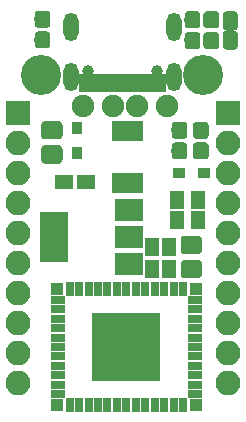
<source format=gbr>
G04 #@! TF.GenerationSoftware,KiCad,Pcbnew,(5.0.0)*
G04 #@! TF.CreationDate,2021-02-11T08:25:18+00:00*
G04 #@! TF.ProjectId,ESP-V,4553502D562E6B696361645F70636200,rev?*
G04 #@! TF.SameCoordinates,Original*
G04 #@! TF.FileFunction,Soldermask,Top*
G04 #@! TF.FilePolarity,Negative*
%FSLAX46Y46*%
G04 Gerber Fmt 4.6, Leading zero omitted, Abs format (unit mm)*
G04 Created by KiCad (PCBNEW (5.0.0)) date 02/11/21 08:25:18*
%MOMM*%
%LPD*%
G01*
G04 APERTURE LIST*
%ADD10C,3.400000*%
%ADD11C,1.900000*%
%ADD12R,0.700000X1.800000*%
%ADD13O,1.300000X2.400000*%
%ADD14C,1.000000*%
%ADD15R,0.700000X1.540000*%
%ADD16R,0.850000X1.000000*%
%ADD17C,0.100000*%
%ADD18C,1.550000*%
%ADD19C,1.250000*%
%ADD20C,1.350000*%
%ADD21R,1.600000X1.150000*%
%ADD22R,1.150000X1.600000*%
%ADD23R,1.000000X0.850000*%
%ADD24R,1.200000X0.900000*%
%ADD25R,1.200000X0.800000*%
%ADD26R,2.100000X2.100000*%
%ADD27O,2.100000X2.100000*%
%ADD28R,2.400000X4.200000*%
%ADD29R,2.400000X1.900000*%
%ADD30R,0.800000X1.200000*%
%ADD31R,1.100000X1.100000*%
%ADD32R,5.800000X5.800000*%
G04 APERTURE END LIST*
D10*
G04 #@! TO.C,J4*
X97240000Y-82330000D03*
X110960000Y-82330000D03*
D11*
X100800000Y-85000000D03*
X103340000Y-85000000D03*
X105370000Y-85000000D03*
X107910000Y-85000000D03*
G04 #@! TD*
D12*
G04 #@! TO.C,U1*
X103600000Y-91500000D03*
X104100000Y-91500000D03*
X104600000Y-91500000D03*
X105100000Y-91500000D03*
X105600000Y-91500000D03*
X105600000Y-87100000D03*
X105100000Y-87100000D03*
X104600000Y-87100000D03*
X104100000Y-87100000D03*
X103600000Y-87100000D03*
G04 #@! TD*
D13*
G04 #@! TO.C,J1*
X99850000Y-82500000D03*
X108500000Y-82500000D03*
X108500000Y-78320000D03*
X99850000Y-78320000D03*
D14*
X101285000Y-82000000D03*
D15*
X103925000Y-83070000D03*
X104425000Y-83070000D03*
X104925000Y-83070000D03*
X103425000Y-83070000D03*
X105425000Y-83070000D03*
X105925000Y-83070000D03*
X102925000Y-83070000D03*
X102425000Y-83070000D03*
D14*
X107065000Y-82000000D03*
D15*
X106675000Y-83070000D03*
X106425000Y-83070000D03*
X107225000Y-83070000D03*
X107525000Y-83070000D03*
X101925000Y-83070000D03*
X101625000Y-83070000D03*
X101125000Y-83070000D03*
X100825000Y-83070000D03*
G04 #@! TD*
D16*
G04 #@! TO.C,D1*
X100300000Y-89000000D03*
X100300000Y-86900000D03*
G04 #@! TD*
D17*
G04 #@! TO.C,L1*
G36*
X98796071Y-88326623D02*
X98828781Y-88331475D01*
X98860857Y-88339509D01*
X98891991Y-88350649D01*
X98921884Y-88364787D01*
X98950247Y-88381787D01*
X98976807Y-88401485D01*
X99001308Y-88423692D01*
X99023515Y-88448193D01*
X99043213Y-88474753D01*
X99060213Y-88503116D01*
X99074351Y-88533009D01*
X99085491Y-88564143D01*
X99093525Y-88596219D01*
X99098377Y-88628929D01*
X99100000Y-88661956D01*
X99100000Y-89538044D01*
X99098377Y-89571071D01*
X99093525Y-89603781D01*
X99085491Y-89635857D01*
X99074351Y-89666991D01*
X99060213Y-89696884D01*
X99043213Y-89725247D01*
X99023515Y-89751807D01*
X99001308Y-89776308D01*
X98976807Y-89798515D01*
X98950247Y-89818213D01*
X98921884Y-89835213D01*
X98891991Y-89849351D01*
X98860857Y-89860491D01*
X98828781Y-89868525D01*
X98796071Y-89873377D01*
X98763044Y-89875000D01*
X97636956Y-89875000D01*
X97603929Y-89873377D01*
X97571219Y-89868525D01*
X97539143Y-89860491D01*
X97508009Y-89849351D01*
X97478116Y-89835213D01*
X97449753Y-89818213D01*
X97423193Y-89798515D01*
X97398692Y-89776308D01*
X97376485Y-89751807D01*
X97356787Y-89725247D01*
X97339787Y-89696884D01*
X97325649Y-89666991D01*
X97314509Y-89635857D01*
X97306475Y-89603781D01*
X97301623Y-89571071D01*
X97300000Y-89538044D01*
X97300000Y-88661956D01*
X97301623Y-88628929D01*
X97306475Y-88596219D01*
X97314509Y-88564143D01*
X97325649Y-88533009D01*
X97339787Y-88503116D01*
X97356787Y-88474753D01*
X97376485Y-88448193D01*
X97398692Y-88423692D01*
X97423193Y-88401485D01*
X97449753Y-88381787D01*
X97478116Y-88364787D01*
X97508009Y-88350649D01*
X97539143Y-88339509D01*
X97571219Y-88331475D01*
X97603929Y-88326623D01*
X97636956Y-88325000D01*
X98763044Y-88325000D01*
X98796071Y-88326623D01*
X98796071Y-88326623D01*
G37*
D18*
X98200000Y-89100000D03*
D17*
G36*
X98796071Y-86276623D02*
X98828781Y-86281475D01*
X98860857Y-86289509D01*
X98891991Y-86300649D01*
X98921884Y-86314787D01*
X98950247Y-86331787D01*
X98976807Y-86351485D01*
X99001308Y-86373692D01*
X99023515Y-86398193D01*
X99043213Y-86424753D01*
X99060213Y-86453116D01*
X99074351Y-86483009D01*
X99085491Y-86514143D01*
X99093525Y-86546219D01*
X99098377Y-86578929D01*
X99100000Y-86611956D01*
X99100000Y-87488044D01*
X99098377Y-87521071D01*
X99093525Y-87553781D01*
X99085491Y-87585857D01*
X99074351Y-87616991D01*
X99060213Y-87646884D01*
X99043213Y-87675247D01*
X99023515Y-87701807D01*
X99001308Y-87726308D01*
X98976807Y-87748515D01*
X98950247Y-87768213D01*
X98921884Y-87785213D01*
X98891991Y-87799351D01*
X98860857Y-87810491D01*
X98828781Y-87818525D01*
X98796071Y-87823377D01*
X98763044Y-87825000D01*
X97636956Y-87825000D01*
X97603929Y-87823377D01*
X97571219Y-87818525D01*
X97539143Y-87810491D01*
X97508009Y-87799351D01*
X97478116Y-87785213D01*
X97449753Y-87768213D01*
X97423193Y-87748515D01*
X97398692Y-87726308D01*
X97376485Y-87701807D01*
X97356787Y-87675247D01*
X97339787Y-87646884D01*
X97325649Y-87616991D01*
X97314509Y-87585857D01*
X97306475Y-87553781D01*
X97301623Y-87521071D01*
X97300000Y-87488044D01*
X97300000Y-86611956D01*
X97301623Y-86578929D01*
X97306475Y-86546219D01*
X97314509Y-86514143D01*
X97325649Y-86483009D01*
X97339787Y-86453116D01*
X97356787Y-86424753D01*
X97376485Y-86398193D01*
X97398692Y-86373692D01*
X97423193Y-86351485D01*
X97449753Y-86331787D01*
X97478116Y-86314787D01*
X97508009Y-86300649D01*
X97539143Y-86289509D01*
X97571219Y-86281475D01*
X97603929Y-86276623D01*
X97636956Y-86275000D01*
X98763044Y-86275000D01*
X98796071Y-86276623D01*
X98796071Y-86276623D01*
G37*
D18*
X98200000Y-87050000D03*
G04 #@! TD*
D17*
G04 #@! TO.C,D2*
G36*
X113643130Y-76976505D02*
X113673466Y-76981005D01*
X113703214Y-76988456D01*
X113732089Y-76998788D01*
X113759811Y-77011900D01*
X113786116Y-77027666D01*
X113810748Y-77045934D01*
X113833471Y-77066529D01*
X113854066Y-77089252D01*
X113872334Y-77113884D01*
X113888100Y-77140189D01*
X113901212Y-77167911D01*
X113911544Y-77196786D01*
X113918995Y-77226534D01*
X113923495Y-77256870D01*
X113925000Y-77287500D01*
X113925000Y-78287500D01*
X113923495Y-78318130D01*
X113918995Y-78348466D01*
X113911544Y-78378214D01*
X113901212Y-78407089D01*
X113888100Y-78434811D01*
X113872334Y-78461116D01*
X113854066Y-78485748D01*
X113833471Y-78508471D01*
X113810748Y-78529066D01*
X113786116Y-78547334D01*
X113759811Y-78563100D01*
X113732089Y-78576212D01*
X113703214Y-78586544D01*
X113673466Y-78593995D01*
X113643130Y-78598495D01*
X113612500Y-78600000D01*
X112987500Y-78600000D01*
X112956870Y-78598495D01*
X112926534Y-78593995D01*
X112896786Y-78586544D01*
X112867911Y-78576212D01*
X112840189Y-78563100D01*
X112813884Y-78547334D01*
X112789252Y-78529066D01*
X112766529Y-78508471D01*
X112745934Y-78485748D01*
X112727666Y-78461116D01*
X112711900Y-78434811D01*
X112698788Y-78407089D01*
X112688456Y-78378214D01*
X112681005Y-78348466D01*
X112676505Y-78318130D01*
X112675000Y-78287500D01*
X112675000Y-77287500D01*
X112676505Y-77256870D01*
X112681005Y-77226534D01*
X112688456Y-77196786D01*
X112698788Y-77167911D01*
X112711900Y-77140189D01*
X112727666Y-77113884D01*
X112745934Y-77089252D01*
X112766529Y-77066529D01*
X112789252Y-77045934D01*
X112813884Y-77027666D01*
X112840189Y-77011900D01*
X112867911Y-76998788D01*
X112896786Y-76988456D01*
X112926534Y-76981005D01*
X112956870Y-76976505D01*
X112987500Y-76975000D01*
X113612500Y-76975000D01*
X113643130Y-76976505D01*
X113643130Y-76976505D01*
G37*
D19*
X113300000Y-77787500D03*
D17*
G36*
X113643130Y-78601505D02*
X113673466Y-78606005D01*
X113703214Y-78613456D01*
X113732089Y-78623788D01*
X113759811Y-78636900D01*
X113786116Y-78652666D01*
X113810748Y-78670934D01*
X113833471Y-78691529D01*
X113854066Y-78714252D01*
X113872334Y-78738884D01*
X113888100Y-78765189D01*
X113901212Y-78792911D01*
X113911544Y-78821786D01*
X113918995Y-78851534D01*
X113923495Y-78881870D01*
X113925000Y-78912500D01*
X113925000Y-79912500D01*
X113923495Y-79943130D01*
X113918995Y-79973466D01*
X113911544Y-80003214D01*
X113901212Y-80032089D01*
X113888100Y-80059811D01*
X113872334Y-80086116D01*
X113854066Y-80110748D01*
X113833471Y-80133471D01*
X113810748Y-80154066D01*
X113786116Y-80172334D01*
X113759811Y-80188100D01*
X113732089Y-80201212D01*
X113703214Y-80211544D01*
X113673466Y-80218995D01*
X113643130Y-80223495D01*
X113612500Y-80225000D01*
X112987500Y-80225000D01*
X112956870Y-80223495D01*
X112926534Y-80218995D01*
X112896786Y-80211544D01*
X112867911Y-80201212D01*
X112840189Y-80188100D01*
X112813884Y-80172334D01*
X112789252Y-80154066D01*
X112766529Y-80133471D01*
X112745934Y-80110748D01*
X112727666Y-80086116D01*
X112711900Y-80059811D01*
X112698788Y-80032089D01*
X112688456Y-80003214D01*
X112681005Y-79973466D01*
X112676505Y-79943130D01*
X112675000Y-79912500D01*
X112675000Y-78912500D01*
X112676505Y-78881870D01*
X112681005Y-78851534D01*
X112688456Y-78821786D01*
X112698788Y-78792911D01*
X112711900Y-78765189D01*
X112727666Y-78738884D01*
X112745934Y-78714252D01*
X112766529Y-78691529D01*
X112789252Y-78670934D01*
X112813884Y-78652666D01*
X112840189Y-78636900D01*
X112867911Y-78623788D01*
X112896786Y-78613456D01*
X112926534Y-78606005D01*
X112956870Y-78601505D01*
X112987500Y-78600000D01*
X113612500Y-78600000D01*
X113643130Y-78601505D01*
X113643130Y-78601505D01*
G37*
D19*
X113300000Y-79412500D03*
G04 #@! TD*
D17*
G04 #@! TO.C,C26*
G36*
X111170581Y-88076625D02*
X111203343Y-88081485D01*
X111235471Y-88089533D01*
X111266656Y-88100691D01*
X111296596Y-88114852D01*
X111325005Y-88131879D01*
X111351608Y-88151609D01*
X111376149Y-88173851D01*
X111398391Y-88198392D01*
X111418121Y-88224995D01*
X111435148Y-88253404D01*
X111449309Y-88283344D01*
X111460467Y-88314529D01*
X111468515Y-88346657D01*
X111473375Y-88379419D01*
X111475000Y-88412500D01*
X111475000Y-89187500D01*
X111473375Y-89220581D01*
X111468515Y-89253343D01*
X111460467Y-89285471D01*
X111449309Y-89316656D01*
X111435148Y-89346596D01*
X111418121Y-89375005D01*
X111398391Y-89401608D01*
X111376149Y-89426149D01*
X111351608Y-89448391D01*
X111325005Y-89468121D01*
X111296596Y-89485148D01*
X111266656Y-89499309D01*
X111235471Y-89510467D01*
X111203343Y-89518515D01*
X111170581Y-89523375D01*
X111137500Y-89525000D01*
X110462500Y-89525000D01*
X110429419Y-89523375D01*
X110396657Y-89518515D01*
X110364529Y-89510467D01*
X110333344Y-89499309D01*
X110303404Y-89485148D01*
X110274995Y-89468121D01*
X110248392Y-89448391D01*
X110223851Y-89426149D01*
X110201609Y-89401608D01*
X110181879Y-89375005D01*
X110164852Y-89346596D01*
X110150691Y-89316656D01*
X110139533Y-89285471D01*
X110131485Y-89253343D01*
X110126625Y-89220581D01*
X110125000Y-89187500D01*
X110125000Y-88412500D01*
X110126625Y-88379419D01*
X110131485Y-88346657D01*
X110139533Y-88314529D01*
X110150691Y-88283344D01*
X110164852Y-88253404D01*
X110181879Y-88224995D01*
X110201609Y-88198392D01*
X110223851Y-88173851D01*
X110248392Y-88151609D01*
X110274995Y-88131879D01*
X110303404Y-88114852D01*
X110333344Y-88100691D01*
X110364529Y-88089533D01*
X110396657Y-88081485D01*
X110429419Y-88076625D01*
X110462500Y-88075000D01*
X111137500Y-88075000D01*
X111170581Y-88076625D01*
X111170581Y-88076625D01*
G37*
D20*
X110800000Y-88800000D03*
D17*
G36*
X111170581Y-86326625D02*
X111203343Y-86331485D01*
X111235471Y-86339533D01*
X111266656Y-86350691D01*
X111296596Y-86364852D01*
X111325005Y-86381879D01*
X111351608Y-86401609D01*
X111376149Y-86423851D01*
X111398391Y-86448392D01*
X111418121Y-86474995D01*
X111435148Y-86503404D01*
X111449309Y-86533344D01*
X111460467Y-86564529D01*
X111468515Y-86596657D01*
X111473375Y-86629419D01*
X111475000Y-86662500D01*
X111475000Y-87437500D01*
X111473375Y-87470581D01*
X111468515Y-87503343D01*
X111460467Y-87535471D01*
X111449309Y-87566656D01*
X111435148Y-87596596D01*
X111418121Y-87625005D01*
X111398391Y-87651608D01*
X111376149Y-87676149D01*
X111351608Y-87698391D01*
X111325005Y-87718121D01*
X111296596Y-87735148D01*
X111266656Y-87749309D01*
X111235471Y-87760467D01*
X111203343Y-87768515D01*
X111170581Y-87773375D01*
X111137500Y-87775000D01*
X110462500Y-87775000D01*
X110429419Y-87773375D01*
X110396657Y-87768515D01*
X110364529Y-87760467D01*
X110333344Y-87749309D01*
X110303404Y-87735148D01*
X110274995Y-87718121D01*
X110248392Y-87698391D01*
X110223851Y-87676149D01*
X110201609Y-87651608D01*
X110181879Y-87625005D01*
X110164852Y-87596596D01*
X110150691Y-87566656D01*
X110139533Y-87535471D01*
X110131485Y-87503343D01*
X110126625Y-87470581D01*
X110125000Y-87437500D01*
X110125000Y-86662500D01*
X110126625Y-86629419D01*
X110131485Y-86596657D01*
X110139533Y-86564529D01*
X110150691Y-86533344D01*
X110164852Y-86503404D01*
X110181879Y-86474995D01*
X110201609Y-86448392D01*
X110223851Y-86423851D01*
X110248392Y-86401609D01*
X110274995Y-86381879D01*
X110303404Y-86364852D01*
X110333344Y-86350691D01*
X110364529Y-86339533D01*
X110396657Y-86331485D01*
X110429419Y-86326625D01*
X110462500Y-86325000D01*
X111137500Y-86325000D01*
X111170581Y-86326625D01*
X111170581Y-86326625D01*
G37*
D20*
X110800000Y-87050000D03*
G04 #@! TD*
D17*
G04 #@! TO.C,C25*
G36*
X109370581Y-86326625D02*
X109403343Y-86331485D01*
X109435471Y-86339533D01*
X109466656Y-86350691D01*
X109496596Y-86364852D01*
X109525005Y-86381879D01*
X109551608Y-86401609D01*
X109576149Y-86423851D01*
X109598391Y-86448392D01*
X109618121Y-86474995D01*
X109635148Y-86503404D01*
X109649309Y-86533344D01*
X109660467Y-86564529D01*
X109668515Y-86596657D01*
X109673375Y-86629419D01*
X109675000Y-86662500D01*
X109675000Y-87437500D01*
X109673375Y-87470581D01*
X109668515Y-87503343D01*
X109660467Y-87535471D01*
X109649309Y-87566656D01*
X109635148Y-87596596D01*
X109618121Y-87625005D01*
X109598391Y-87651608D01*
X109576149Y-87676149D01*
X109551608Y-87698391D01*
X109525005Y-87718121D01*
X109496596Y-87735148D01*
X109466656Y-87749309D01*
X109435471Y-87760467D01*
X109403343Y-87768515D01*
X109370581Y-87773375D01*
X109337500Y-87775000D01*
X108662500Y-87775000D01*
X108629419Y-87773375D01*
X108596657Y-87768515D01*
X108564529Y-87760467D01*
X108533344Y-87749309D01*
X108503404Y-87735148D01*
X108474995Y-87718121D01*
X108448392Y-87698391D01*
X108423851Y-87676149D01*
X108401609Y-87651608D01*
X108381879Y-87625005D01*
X108364852Y-87596596D01*
X108350691Y-87566656D01*
X108339533Y-87535471D01*
X108331485Y-87503343D01*
X108326625Y-87470581D01*
X108325000Y-87437500D01*
X108325000Y-86662500D01*
X108326625Y-86629419D01*
X108331485Y-86596657D01*
X108339533Y-86564529D01*
X108350691Y-86533344D01*
X108364852Y-86503404D01*
X108381879Y-86474995D01*
X108401609Y-86448392D01*
X108423851Y-86423851D01*
X108448392Y-86401609D01*
X108474995Y-86381879D01*
X108503404Y-86364852D01*
X108533344Y-86350691D01*
X108564529Y-86339533D01*
X108596657Y-86331485D01*
X108629419Y-86326625D01*
X108662500Y-86325000D01*
X109337500Y-86325000D01*
X109370581Y-86326625D01*
X109370581Y-86326625D01*
G37*
D20*
X109000000Y-87050000D03*
D17*
G36*
X109370581Y-88076625D02*
X109403343Y-88081485D01*
X109435471Y-88089533D01*
X109466656Y-88100691D01*
X109496596Y-88114852D01*
X109525005Y-88131879D01*
X109551608Y-88151609D01*
X109576149Y-88173851D01*
X109598391Y-88198392D01*
X109618121Y-88224995D01*
X109635148Y-88253404D01*
X109649309Y-88283344D01*
X109660467Y-88314529D01*
X109668515Y-88346657D01*
X109673375Y-88379419D01*
X109675000Y-88412500D01*
X109675000Y-89187500D01*
X109673375Y-89220581D01*
X109668515Y-89253343D01*
X109660467Y-89285471D01*
X109649309Y-89316656D01*
X109635148Y-89346596D01*
X109618121Y-89375005D01*
X109598391Y-89401608D01*
X109576149Y-89426149D01*
X109551608Y-89448391D01*
X109525005Y-89468121D01*
X109496596Y-89485148D01*
X109466656Y-89499309D01*
X109435471Y-89510467D01*
X109403343Y-89518515D01*
X109370581Y-89523375D01*
X109337500Y-89525000D01*
X108662500Y-89525000D01*
X108629419Y-89523375D01*
X108596657Y-89518515D01*
X108564529Y-89510467D01*
X108533344Y-89499309D01*
X108503404Y-89485148D01*
X108474995Y-89468121D01*
X108448392Y-89448391D01*
X108423851Y-89426149D01*
X108401609Y-89401608D01*
X108381879Y-89375005D01*
X108364852Y-89346596D01*
X108350691Y-89316656D01*
X108339533Y-89285471D01*
X108331485Y-89253343D01*
X108326625Y-89220581D01*
X108325000Y-89187500D01*
X108325000Y-88412500D01*
X108326625Y-88379419D01*
X108331485Y-88346657D01*
X108339533Y-88314529D01*
X108350691Y-88283344D01*
X108364852Y-88253404D01*
X108381879Y-88224995D01*
X108401609Y-88198392D01*
X108423851Y-88173851D01*
X108448392Y-88151609D01*
X108474995Y-88131879D01*
X108503404Y-88114852D01*
X108533344Y-88100691D01*
X108564529Y-88089533D01*
X108596657Y-88081485D01*
X108629419Y-88076625D01*
X108662500Y-88075000D01*
X109337500Y-88075000D01*
X109370581Y-88076625D01*
X109370581Y-88076625D01*
G37*
D20*
X109000000Y-88800000D03*
G04 #@! TD*
D21*
G04 #@! TO.C,C4*
X99200000Y-91400000D03*
X101100000Y-91400000D03*
G04 #@! TD*
D22*
G04 #@! TO.C,C7*
X108100000Y-96900000D03*
X108100000Y-98800000D03*
G04 #@! TD*
G04 #@! TO.C,C23*
X106700000Y-96900000D03*
X106700000Y-98800000D03*
G04 #@! TD*
D23*
G04 #@! TO.C,D4*
X111100000Y-90700000D03*
X109000000Y-90700000D03*
G04 #@! TD*
D17*
G04 #@! TO.C,R1*
G36*
X97770581Y-78676625D02*
X97803343Y-78681485D01*
X97835471Y-78689533D01*
X97866656Y-78700691D01*
X97896596Y-78714852D01*
X97925005Y-78731879D01*
X97951608Y-78751609D01*
X97976149Y-78773851D01*
X97998391Y-78798392D01*
X98018121Y-78824995D01*
X98035148Y-78853404D01*
X98049309Y-78883344D01*
X98060467Y-78914529D01*
X98068515Y-78946657D01*
X98073375Y-78979419D01*
X98075000Y-79012500D01*
X98075000Y-79787500D01*
X98073375Y-79820581D01*
X98068515Y-79853343D01*
X98060467Y-79885471D01*
X98049309Y-79916656D01*
X98035148Y-79946596D01*
X98018121Y-79975005D01*
X97998391Y-80001608D01*
X97976149Y-80026149D01*
X97951608Y-80048391D01*
X97925005Y-80068121D01*
X97896596Y-80085148D01*
X97866656Y-80099309D01*
X97835471Y-80110467D01*
X97803343Y-80118515D01*
X97770581Y-80123375D01*
X97737500Y-80125000D01*
X97062500Y-80125000D01*
X97029419Y-80123375D01*
X96996657Y-80118515D01*
X96964529Y-80110467D01*
X96933344Y-80099309D01*
X96903404Y-80085148D01*
X96874995Y-80068121D01*
X96848392Y-80048391D01*
X96823851Y-80026149D01*
X96801609Y-80001608D01*
X96781879Y-79975005D01*
X96764852Y-79946596D01*
X96750691Y-79916656D01*
X96739533Y-79885471D01*
X96731485Y-79853343D01*
X96726625Y-79820581D01*
X96725000Y-79787500D01*
X96725000Y-79012500D01*
X96726625Y-78979419D01*
X96731485Y-78946657D01*
X96739533Y-78914529D01*
X96750691Y-78883344D01*
X96764852Y-78853404D01*
X96781879Y-78824995D01*
X96801609Y-78798392D01*
X96823851Y-78773851D01*
X96848392Y-78751609D01*
X96874995Y-78731879D01*
X96903404Y-78714852D01*
X96933344Y-78700691D01*
X96964529Y-78689533D01*
X96996657Y-78681485D01*
X97029419Y-78676625D01*
X97062500Y-78675000D01*
X97737500Y-78675000D01*
X97770581Y-78676625D01*
X97770581Y-78676625D01*
G37*
D20*
X97400000Y-79400000D03*
D17*
G36*
X97770581Y-76926625D02*
X97803343Y-76931485D01*
X97835471Y-76939533D01*
X97866656Y-76950691D01*
X97896596Y-76964852D01*
X97925005Y-76981879D01*
X97951608Y-77001609D01*
X97976149Y-77023851D01*
X97998391Y-77048392D01*
X98018121Y-77074995D01*
X98035148Y-77103404D01*
X98049309Y-77133344D01*
X98060467Y-77164529D01*
X98068515Y-77196657D01*
X98073375Y-77229419D01*
X98075000Y-77262500D01*
X98075000Y-78037500D01*
X98073375Y-78070581D01*
X98068515Y-78103343D01*
X98060467Y-78135471D01*
X98049309Y-78166656D01*
X98035148Y-78196596D01*
X98018121Y-78225005D01*
X97998391Y-78251608D01*
X97976149Y-78276149D01*
X97951608Y-78298391D01*
X97925005Y-78318121D01*
X97896596Y-78335148D01*
X97866656Y-78349309D01*
X97835471Y-78360467D01*
X97803343Y-78368515D01*
X97770581Y-78373375D01*
X97737500Y-78375000D01*
X97062500Y-78375000D01*
X97029419Y-78373375D01*
X96996657Y-78368515D01*
X96964529Y-78360467D01*
X96933344Y-78349309D01*
X96903404Y-78335148D01*
X96874995Y-78318121D01*
X96848392Y-78298391D01*
X96823851Y-78276149D01*
X96801609Y-78251608D01*
X96781879Y-78225005D01*
X96764852Y-78196596D01*
X96750691Y-78166656D01*
X96739533Y-78135471D01*
X96731485Y-78103343D01*
X96726625Y-78070581D01*
X96725000Y-78037500D01*
X96725000Y-77262500D01*
X96726625Y-77229419D01*
X96731485Y-77196657D01*
X96739533Y-77164529D01*
X96750691Y-77133344D01*
X96764852Y-77103404D01*
X96781879Y-77074995D01*
X96801609Y-77048392D01*
X96823851Y-77023851D01*
X96848392Y-77001609D01*
X96874995Y-76981879D01*
X96903404Y-76964852D01*
X96933344Y-76950691D01*
X96964529Y-76939533D01*
X96996657Y-76931485D01*
X97029419Y-76926625D01*
X97062500Y-76925000D01*
X97737500Y-76925000D01*
X97770581Y-76926625D01*
X97770581Y-76926625D01*
G37*
D20*
X97400000Y-77650000D03*
G04 #@! TD*
D17*
G04 #@! TO.C,R2*
G36*
X110470581Y-76976625D02*
X110503343Y-76981485D01*
X110535471Y-76989533D01*
X110566656Y-77000691D01*
X110596596Y-77014852D01*
X110625005Y-77031879D01*
X110651608Y-77051609D01*
X110676149Y-77073851D01*
X110698391Y-77098392D01*
X110718121Y-77124995D01*
X110735148Y-77153404D01*
X110749309Y-77183344D01*
X110760467Y-77214529D01*
X110768515Y-77246657D01*
X110773375Y-77279419D01*
X110775000Y-77312500D01*
X110775000Y-78087500D01*
X110773375Y-78120581D01*
X110768515Y-78153343D01*
X110760467Y-78185471D01*
X110749309Y-78216656D01*
X110735148Y-78246596D01*
X110718121Y-78275005D01*
X110698391Y-78301608D01*
X110676149Y-78326149D01*
X110651608Y-78348391D01*
X110625005Y-78368121D01*
X110596596Y-78385148D01*
X110566656Y-78399309D01*
X110535471Y-78410467D01*
X110503343Y-78418515D01*
X110470581Y-78423375D01*
X110437500Y-78425000D01*
X109762500Y-78425000D01*
X109729419Y-78423375D01*
X109696657Y-78418515D01*
X109664529Y-78410467D01*
X109633344Y-78399309D01*
X109603404Y-78385148D01*
X109574995Y-78368121D01*
X109548392Y-78348391D01*
X109523851Y-78326149D01*
X109501609Y-78301608D01*
X109481879Y-78275005D01*
X109464852Y-78246596D01*
X109450691Y-78216656D01*
X109439533Y-78185471D01*
X109431485Y-78153343D01*
X109426625Y-78120581D01*
X109425000Y-78087500D01*
X109425000Y-77312500D01*
X109426625Y-77279419D01*
X109431485Y-77246657D01*
X109439533Y-77214529D01*
X109450691Y-77183344D01*
X109464852Y-77153404D01*
X109481879Y-77124995D01*
X109501609Y-77098392D01*
X109523851Y-77073851D01*
X109548392Y-77051609D01*
X109574995Y-77031879D01*
X109603404Y-77014852D01*
X109633344Y-77000691D01*
X109664529Y-76989533D01*
X109696657Y-76981485D01*
X109729419Y-76976625D01*
X109762500Y-76975000D01*
X110437500Y-76975000D01*
X110470581Y-76976625D01*
X110470581Y-76976625D01*
G37*
D20*
X110100000Y-77700000D03*
D17*
G36*
X110470581Y-78726625D02*
X110503343Y-78731485D01*
X110535471Y-78739533D01*
X110566656Y-78750691D01*
X110596596Y-78764852D01*
X110625005Y-78781879D01*
X110651608Y-78801609D01*
X110676149Y-78823851D01*
X110698391Y-78848392D01*
X110718121Y-78874995D01*
X110735148Y-78903404D01*
X110749309Y-78933344D01*
X110760467Y-78964529D01*
X110768515Y-78996657D01*
X110773375Y-79029419D01*
X110775000Y-79062500D01*
X110775000Y-79837500D01*
X110773375Y-79870581D01*
X110768515Y-79903343D01*
X110760467Y-79935471D01*
X110749309Y-79966656D01*
X110735148Y-79996596D01*
X110718121Y-80025005D01*
X110698391Y-80051608D01*
X110676149Y-80076149D01*
X110651608Y-80098391D01*
X110625005Y-80118121D01*
X110596596Y-80135148D01*
X110566656Y-80149309D01*
X110535471Y-80160467D01*
X110503343Y-80168515D01*
X110470581Y-80173375D01*
X110437500Y-80175000D01*
X109762500Y-80175000D01*
X109729419Y-80173375D01*
X109696657Y-80168515D01*
X109664529Y-80160467D01*
X109633344Y-80149309D01*
X109603404Y-80135148D01*
X109574995Y-80118121D01*
X109548392Y-80098391D01*
X109523851Y-80076149D01*
X109501609Y-80051608D01*
X109481879Y-80025005D01*
X109464852Y-79996596D01*
X109450691Y-79966656D01*
X109439533Y-79935471D01*
X109431485Y-79903343D01*
X109426625Y-79870581D01*
X109425000Y-79837500D01*
X109425000Y-79062500D01*
X109426625Y-79029419D01*
X109431485Y-78996657D01*
X109439533Y-78964529D01*
X109450691Y-78933344D01*
X109464852Y-78903404D01*
X109481879Y-78874995D01*
X109501609Y-78848392D01*
X109523851Y-78823851D01*
X109548392Y-78801609D01*
X109574995Y-78781879D01*
X109603404Y-78764852D01*
X109633344Y-78750691D01*
X109664529Y-78739533D01*
X109696657Y-78731485D01*
X109729419Y-78726625D01*
X109762500Y-78725000D01*
X110437500Y-78725000D01*
X110470581Y-78726625D01*
X110470581Y-78726625D01*
G37*
D20*
X110100000Y-79450000D03*
G04 #@! TD*
D24*
G04 #@! TO.C,RN1*
X108800000Y-92600000D03*
D25*
X108800000Y-94200000D03*
X108800000Y-93400000D03*
D24*
X108800000Y-95000000D03*
D25*
X110600000Y-93400000D03*
D24*
X110600000Y-92600000D03*
D25*
X110600000Y-94200000D03*
D24*
X110600000Y-95000000D03*
G04 #@! TD*
D17*
G04 #@! TO.C,C20*
G36*
X110596071Y-95976623D02*
X110628781Y-95981475D01*
X110660857Y-95989509D01*
X110691991Y-96000649D01*
X110721884Y-96014787D01*
X110750247Y-96031787D01*
X110776807Y-96051485D01*
X110801308Y-96073692D01*
X110823515Y-96098193D01*
X110843213Y-96124753D01*
X110860213Y-96153116D01*
X110874351Y-96183009D01*
X110885491Y-96214143D01*
X110893525Y-96246219D01*
X110898377Y-96278929D01*
X110900000Y-96311956D01*
X110900000Y-97188044D01*
X110898377Y-97221071D01*
X110893525Y-97253781D01*
X110885491Y-97285857D01*
X110874351Y-97316991D01*
X110860213Y-97346884D01*
X110843213Y-97375247D01*
X110823515Y-97401807D01*
X110801308Y-97426308D01*
X110776807Y-97448515D01*
X110750247Y-97468213D01*
X110721884Y-97485213D01*
X110691991Y-97499351D01*
X110660857Y-97510491D01*
X110628781Y-97518525D01*
X110596071Y-97523377D01*
X110563044Y-97525000D01*
X109436956Y-97525000D01*
X109403929Y-97523377D01*
X109371219Y-97518525D01*
X109339143Y-97510491D01*
X109308009Y-97499351D01*
X109278116Y-97485213D01*
X109249753Y-97468213D01*
X109223193Y-97448515D01*
X109198692Y-97426308D01*
X109176485Y-97401807D01*
X109156787Y-97375247D01*
X109139787Y-97346884D01*
X109125649Y-97316991D01*
X109114509Y-97285857D01*
X109106475Y-97253781D01*
X109101623Y-97221071D01*
X109100000Y-97188044D01*
X109100000Y-96311956D01*
X109101623Y-96278929D01*
X109106475Y-96246219D01*
X109114509Y-96214143D01*
X109125649Y-96183009D01*
X109139787Y-96153116D01*
X109156787Y-96124753D01*
X109176485Y-96098193D01*
X109198692Y-96073692D01*
X109223193Y-96051485D01*
X109249753Y-96031787D01*
X109278116Y-96014787D01*
X109308009Y-96000649D01*
X109339143Y-95989509D01*
X109371219Y-95981475D01*
X109403929Y-95976623D01*
X109436956Y-95975000D01*
X110563044Y-95975000D01*
X110596071Y-95976623D01*
X110596071Y-95976623D01*
G37*
D18*
X110000000Y-96750000D03*
D17*
G36*
X110596071Y-98026623D02*
X110628781Y-98031475D01*
X110660857Y-98039509D01*
X110691991Y-98050649D01*
X110721884Y-98064787D01*
X110750247Y-98081787D01*
X110776807Y-98101485D01*
X110801308Y-98123692D01*
X110823515Y-98148193D01*
X110843213Y-98174753D01*
X110860213Y-98203116D01*
X110874351Y-98233009D01*
X110885491Y-98264143D01*
X110893525Y-98296219D01*
X110898377Y-98328929D01*
X110900000Y-98361956D01*
X110900000Y-99238044D01*
X110898377Y-99271071D01*
X110893525Y-99303781D01*
X110885491Y-99335857D01*
X110874351Y-99366991D01*
X110860213Y-99396884D01*
X110843213Y-99425247D01*
X110823515Y-99451807D01*
X110801308Y-99476308D01*
X110776807Y-99498515D01*
X110750247Y-99518213D01*
X110721884Y-99535213D01*
X110691991Y-99549351D01*
X110660857Y-99560491D01*
X110628781Y-99568525D01*
X110596071Y-99573377D01*
X110563044Y-99575000D01*
X109436956Y-99575000D01*
X109403929Y-99573377D01*
X109371219Y-99568525D01*
X109339143Y-99560491D01*
X109308009Y-99549351D01*
X109278116Y-99535213D01*
X109249753Y-99518213D01*
X109223193Y-99498515D01*
X109198692Y-99476308D01*
X109176485Y-99451807D01*
X109156787Y-99425247D01*
X109139787Y-99396884D01*
X109125649Y-99366991D01*
X109114509Y-99335857D01*
X109106475Y-99303781D01*
X109101623Y-99271071D01*
X109100000Y-99238044D01*
X109100000Y-98361956D01*
X109101623Y-98328929D01*
X109106475Y-98296219D01*
X109114509Y-98264143D01*
X109125649Y-98233009D01*
X109139787Y-98203116D01*
X109156787Y-98174753D01*
X109176485Y-98148193D01*
X109198692Y-98123692D01*
X109223193Y-98101485D01*
X109249753Y-98081787D01*
X109278116Y-98064787D01*
X109308009Y-98050649D01*
X109339143Y-98039509D01*
X109371219Y-98031475D01*
X109403929Y-98026623D01*
X109436956Y-98025000D01*
X110563044Y-98025000D01*
X110596071Y-98026623D01*
X110596071Y-98026623D01*
G37*
D18*
X110000000Y-98800000D03*
G04 #@! TD*
D26*
G04 #@! TO.C,J2*
X113130000Y-85620000D03*
D27*
X113130000Y-88160000D03*
X113130000Y-90700000D03*
X113130000Y-93240000D03*
X113130000Y-95780000D03*
X113130000Y-98320000D03*
X113130000Y-100860000D03*
X113130000Y-103400000D03*
X113130000Y-105940000D03*
X113130000Y-108480000D03*
G04 #@! TD*
G04 #@! TO.C,J3*
X95350000Y-108480000D03*
X95350000Y-105940000D03*
X95350000Y-103400000D03*
X95350000Y-100860000D03*
X95350000Y-98320000D03*
X95350000Y-95780000D03*
X95350000Y-93240000D03*
X95350000Y-90700000D03*
X95350000Y-88160000D03*
D26*
X95350000Y-85620000D03*
G04 #@! TD*
D17*
G04 #@! TO.C,R3*
G36*
X112070581Y-78726625D02*
X112103343Y-78731485D01*
X112135471Y-78739533D01*
X112166656Y-78750691D01*
X112196596Y-78764852D01*
X112225005Y-78781879D01*
X112251608Y-78801609D01*
X112276149Y-78823851D01*
X112298391Y-78848392D01*
X112318121Y-78874995D01*
X112335148Y-78903404D01*
X112349309Y-78933344D01*
X112360467Y-78964529D01*
X112368515Y-78996657D01*
X112373375Y-79029419D01*
X112375000Y-79062500D01*
X112375000Y-79837500D01*
X112373375Y-79870581D01*
X112368515Y-79903343D01*
X112360467Y-79935471D01*
X112349309Y-79966656D01*
X112335148Y-79996596D01*
X112318121Y-80025005D01*
X112298391Y-80051608D01*
X112276149Y-80076149D01*
X112251608Y-80098391D01*
X112225005Y-80118121D01*
X112196596Y-80135148D01*
X112166656Y-80149309D01*
X112135471Y-80160467D01*
X112103343Y-80168515D01*
X112070581Y-80173375D01*
X112037500Y-80175000D01*
X111362500Y-80175000D01*
X111329419Y-80173375D01*
X111296657Y-80168515D01*
X111264529Y-80160467D01*
X111233344Y-80149309D01*
X111203404Y-80135148D01*
X111174995Y-80118121D01*
X111148392Y-80098391D01*
X111123851Y-80076149D01*
X111101609Y-80051608D01*
X111081879Y-80025005D01*
X111064852Y-79996596D01*
X111050691Y-79966656D01*
X111039533Y-79935471D01*
X111031485Y-79903343D01*
X111026625Y-79870581D01*
X111025000Y-79837500D01*
X111025000Y-79062500D01*
X111026625Y-79029419D01*
X111031485Y-78996657D01*
X111039533Y-78964529D01*
X111050691Y-78933344D01*
X111064852Y-78903404D01*
X111081879Y-78874995D01*
X111101609Y-78848392D01*
X111123851Y-78823851D01*
X111148392Y-78801609D01*
X111174995Y-78781879D01*
X111203404Y-78764852D01*
X111233344Y-78750691D01*
X111264529Y-78739533D01*
X111296657Y-78731485D01*
X111329419Y-78726625D01*
X111362500Y-78725000D01*
X112037500Y-78725000D01*
X112070581Y-78726625D01*
X112070581Y-78726625D01*
G37*
D20*
X111700000Y-79450000D03*
D17*
G36*
X112070581Y-76976625D02*
X112103343Y-76981485D01*
X112135471Y-76989533D01*
X112166656Y-77000691D01*
X112196596Y-77014852D01*
X112225005Y-77031879D01*
X112251608Y-77051609D01*
X112276149Y-77073851D01*
X112298391Y-77098392D01*
X112318121Y-77124995D01*
X112335148Y-77153404D01*
X112349309Y-77183344D01*
X112360467Y-77214529D01*
X112368515Y-77246657D01*
X112373375Y-77279419D01*
X112375000Y-77312500D01*
X112375000Y-78087500D01*
X112373375Y-78120581D01*
X112368515Y-78153343D01*
X112360467Y-78185471D01*
X112349309Y-78216656D01*
X112335148Y-78246596D01*
X112318121Y-78275005D01*
X112298391Y-78301608D01*
X112276149Y-78326149D01*
X112251608Y-78348391D01*
X112225005Y-78368121D01*
X112196596Y-78385148D01*
X112166656Y-78399309D01*
X112135471Y-78410467D01*
X112103343Y-78418515D01*
X112070581Y-78423375D01*
X112037500Y-78425000D01*
X111362500Y-78425000D01*
X111329419Y-78423375D01*
X111296657Y-78418515D01*
X111264529Y-78410467D01*
X111233344Y-78399309D01*
X111203404Y-78385148D01*
X111174995Y-78368121D01*
X111148392Y-78348391D01*
X111123851Y-78326149D01*
X111101609Y-78301608D01*
X111081879Y-78275005D01*
X111064852Y-78246596D01*
X111050691Y-78216656D01*
X111039533Y-78185471D01*
X111031485Y-78153343D01*
X111026625Y-78120581D01*
X111025000Y-78087500D01*
X111025000Y-77312500D01*
X111026625Y-77279419D01*
X111031485Y-77246657D01*
X111039533Y-77214529D01*
X111050691Y-77183344D01*
X111064852Y-77153404D01*
X111081879Y-77124995D01*
X111101609Y-77098392D01*
X111123851Y-77073851D01*
X111148392Y-77051609D01*
X111174995Y-77031879D01*
X111203404Y-77014852D01*
X111233344Y-77000691D01*
X111264529Y-76989533D01*
X111296657Y-76981485D01*
X111329419Y-76976625D01*
X111362500Y-76975000D01*
X112037500Y-76975000D01*
X112070581Y-76976625D01*
X112070581Y-76976625D01*
G37*
D20*
X111700000Y-77700000D03*
G04 #@! TD*
D28*
G04 #@! TO.C,U2*
X98400000Y-96100000D03*
D29*
X104700000Y-96100000D03*
X104700000Y-93800000D03*
X104700000Y-98400000D03*
G04 #@! TD*
D30*
G04 #@! TO.C,U3*
X104500000Y-110300000D03*
X105300000Y-110300000D03*
X106100000Y-110300000D03*
X106900000Y-110300000D03*
X107700000Y-110300000D03*
X108500000Y-110300000D03*
X109300000Y-110300000D03*
X103700000Y-110300000D03*
X102900000Y-110300000D03*
X102100000Y-110300000D03*
X101300000Y-110300000D03*
X100500000Y-110300000D03*
X99700000Y-110300000D03*
D31*
X98600000Y-110350000D03*
X110400000Y-110350000D03*
X98600000Y-100450000D03*
X110400000Y-100450000D03*
D25*
X110300000Y-103800000D03*
X110300000Y-103000000D03*
X110300000Y-106200000D03*
X110300000Y-107000000D03*
X110300000Y-107800000D03*
X110300000Y-108600000D03*
X110300000Y-109400000D03*
X110300000Y-105400000D03*
X110300000Y-104600000D03*
D30*
X106900000Y-100500000D03*
X107700000Y-100500000D03*
X102900000Y-100500000D03*
X103700000Y-100500000D03*
X100500000Y-100500000D03*
X108500000Y-100500000D03*
X101300000Y-100500000D03*
X99700000Y-100500000D03*
X102100000Y-100500000D03*
X109300000Y-100500000D03*
X104500000Y-100500000D03*
X105300000Y-100500000D03*
X106100000Y-100500000D03*
D32*
X104500000Y-105400000D03*
D25*
X110300000Y-102200000D03*
X110300000Y-101400000D03*
X98700000Y-101400000D03*
X98700000Y-107800000D03*
X98700000Y-102200000D03*
X98700000Y-103800000D03*
X98700000Y-107000000D03*
X98700000Y-109400000D03*
X98700000Y-105400000D03*
X98700000Y-103000000D03*
X98700000Y-106200000D03*
X98700000Y-104600000D03*
X98700000Y-108600000D03*
G04 #@! TD*
M02*

</source>
